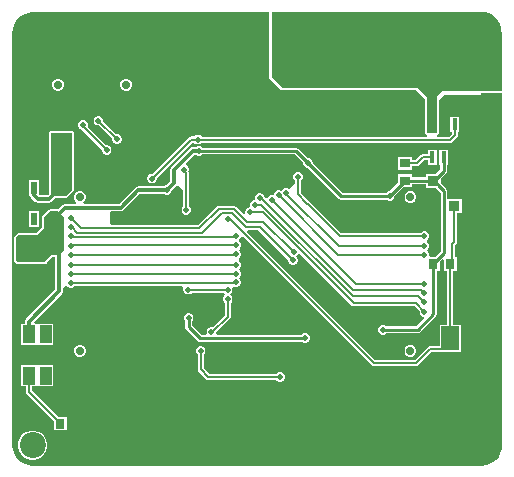
<source format=gtl>
G04*
G04 #@! TF.GenerationSoftware,Altium Limited,Altium Designer,21.5.1 (32)*
G04*
G04 Layer_Physical_Order=1*
G04 Layer_Color=255*
%FSLAX25Y25*%
%MOIN*%
G70*
G04*
G04 #@! TF.SameCoordinates,7B5D3A8B-CDFD-4B31-A324-F985B6E4613D*
G04*
G04*
G04 #@! TF.FilePolarity,Positive*
G04*
G01*
G75*
%ADD10C,0.01000*%
%ADD14C,0.00800*%
%ADD15R,0.03800X0.03500*%
%ADD16R,0.03150X0.03347*%
%ADD17R,0.03500X0.03800*%
%ADD18R,0.03347X0.03150*%
%ADD19R,0.03937X0.05906*%
%ADD20R,0.05906X0.07874*%
%ADD21R,0.01772X0.03937*%
%ADD22R,0.09055X0.06299*%
%ADD23R,0.02165X0.03937*%
%ADD37C,0.01300*%
%ADD38O,0.03150X0.07087*%
%ADD39C,0.02756*%
%ADD40C,0.02756*%
%ADD41C,0.08661*%
%ADD42C,0.02000*%
G36*
X157059Y152409D02*
X157488Y152324D01*
X157970Y152280D01*
X158806Y152198D01*
X160073Y151814D01*
X161241Y151189D01*
X162265Y150349D01*
X163106Y149325D01*
X163730Y148157D01*
X164114Y146889D01*
X164197Y146053D01*
X164240Y145571D01*
X164233Y145500D01*
X164233Y145074D01*
Y126054D01*
X144353D01*
X142700Y124400D01*
Y112100D01*
X139400D01*
Y123900D01*
X136200Y127100D01*
X91200Y127100D01*
X87700Y130600D01*
Y152422D01*
X88200Y152422D01*
X157040D01*
X157059Y152409D01*
D02*
G37*
G36*
X86700Y152422D02*
Y151200D01*
Y130200D01*
X90700Y126200D01*
X135600D01*
X138600Y123200D01*
Y112000D01*
X138928Y111672D01*
X138941Y111641D01*
X138972Y111628D01*
X139380Y111220D01*
X139322Y110866D01*
X139211Y110620D01*
X64492D01*
X64456Y110706D01*
X64006Y111156D01*
X63418Y111400D01*
X62782D01*
X62194Y111156D01*
X61857Y110820D01*
X60700D01*
X60310Y110742D01*
X59979Y110521D01*
X47858Y98400D01*
X47382D01*
X46794Y98156D01*
X46344Y97706D01*
X46100Y97118D01*
Y96482D01*
X46344Y95894D01*
X46794Y95444D01*
X47382Y95200D01*
X48018D01*
X48606Y95444D01*
X49056Y95894D01*
X49300Y96482D01*
Y96958D01*
X61122Y108780D01*
X61857D01*
X62194Y108444D01*
X62782Y108200D01*
X63418D01*
X64006Y108444D01*
X64143Y108580D01*
X147000D01*
X147390Y108658D01*
X147721Y108879D01*
X149361Y110519D01*
X149582Y110850D01*
X149660Y111240D01*
Y112331D01*
X150126D01*
Y117469D01*
X147154D01*
Y112331D01*
X147621D01*
Y111662D01*
X146578Y110620D01*
X142842D01*
X142673Y111220D01*
X143048Y111594D01*
X143159Y111641D01*
X143205Y111752D01*
X143400Y111947D01*
Y122800D01*
X145200Y124600D01*
X157483D01*
X157496Y125404D01*
X164233D01*
X164233Y124804D01*
X164233Y7880D01*
X164309Y7496D01*
X164214Y6528D01*
X163830Y5261D01*
X163205Y4093D01*
X162365Y3069D01*
X161341Y2228D01*
X160173Y1604D01*
X158905Y1220D01*
X157622Y1093D01*
X157480Y1122D01*
X7948D01*
X7865Y1138D01*
Y1138D01*
X7861Y1134D01*
X6547Y1264D01*
X5279Y1648D01*
X4111Y2273D01*
X3087Y3113D01*
X2247Y4137D01*
X1622Y5305D01*
X1238Y6572D01*
X1118Y7785D01*
X1122Y7800D01*
X1122Y145094D01*
X1191Y145443D01*
X1191D01*
X1187Y145448D01*
X1317Y146762D01*
X1701Y148029D01*
X2326Y149197D01*
X3166Y150221D01*
X4190Y151061D01*
X5358Y151686D01*
X6625Y152070D01*
X7365Y152143D01*
X7943Y152196D01*
X8373Y152281D01*
X8583Y152422D01*
X86100D01*
X86700Y152422D01*
D02*
G37*
%LPC*%
G36*
X39494Y130078D02*
X38706D01*
X37980Y129777D01*
X37423Y129220D01*
X37122Y128493D01*
Y127707D01*
X37423Y126979D01*
X37980Y126423D01*
X38706Y126122D01*
X39494D01*
X40220Y126423D01*
X40777Y126979D01*
X41078Y127707D01*
Y128493D01*
X40777Y129220D01*
X40220Y129777D01*
X39494Y130078D01*
D02*
G37*
G36*
X16737D02*
X15951D01*
X15224Y129777D01*
X14667Y129220D01*
X14366Y128493D01*
Y127707D01*
X14667Y126979D01*
X15224Y126423D01*
X15951Y126122D01*
X16737D01*
X17465Y126423D01*
X18021Y126979D01*
X18322Y127707D01*
Y128493D01*
X18021Y129220D01*
X17465Y129777D01*
X16737Y130078D01*
D02*
G37*
G36*
X30150Y117700D02*
X29513D01*
X28925Y117456D01*
X28475Y117006D01*
X28231Y116418D01*
Y115782D01*
X28475Y115194D01*
X28925Y114744D01*
X29513Y114500D01*
X29974D01*
X34400Y110074D01*
Y109582D01*
X34644Y108994D01*
X35094Y108544D01*
X35682Y108300D01*
X36318D01*
X36906Y108544D01*
X37356Y108994D01*
X37600Y109582D01*
Y110218D01*
X37356Y110806D01*
X36906Y111256D01*
X36318Y111500D01*
X35858D01*
X31431Y115926D01*
Y116418D01*
X31188Y117006D01*
X30738Y117456D01*
X30150Y117700D01*
D02*
G37*
G36*
X25018Y116200D02*
X24382D01*
X23794Y115956D01*
X23344Y115506D01*
X23100Y114918D01*
Y114282D01*
X23344Y113694D01*
X23794Y113244D01*
X24382Y113000D01*
X24484D01*
X24535Y112923D01*
X31000Y106458D01*
Y105982D01*
X31244Y105394D01*
X31694Y104944D01*
X32282Y104700D01*
X32918D01*
X33506Y104944D01*
X33956Y105394D01*
X34200Y105982D01*
Y106618D01*
X33956Y107206D01*
X33506Y107656D01*
X32918Y107900D01*
X32442D01*
X26230Y114112D01*
X26300Y114282D01*
Y114918D01*
X26056Y115506D01*
X25606Y115956D01*
X25018Y116200D01*
D02*
G37*
G36*
X142646Y106468D02*
X139674D01*
Y104920D01*
X138000D01*
X137610Y104842D01*
X137279Y104621D01*
X135526Y102868D01*
X134373D01*
Y104023D01*
X129827D01*
Y99673D01*
X134373D01*
Y100828D01*
X135948D01*
X136338Y100906D01*
X136669Y101127D01*
X138422Y102880D01*
X139674D01*
Y101331D01*
X142646D01*
Y106468D01*
D02*
G37*
G36*
X20894Y112749D02*
X14000Y112749D01*
X13541Y112559D01*
X13351Y112100D01*
Y91734D01*
X12891Y91274D01*
X10142D01*
Y96169D01*
X6777D01*
Y91031D01*
X7159D01*
X7222Y90712D01*
X7499Y90299D01*
X8699Y89099D01*
X9112Y88823D01*
X9600Y88726D01*
X13419D01*
X13907Y88823D01*
X14320Y89099D01*
X15489Y90268D01*
X15569Y90387D01*
X19030D01*
X19489Y90577D01*
X21353Y92441D01*
X21543Y92900D01*
Y112100D01*
X21353Y112559D01*
X20894Y112749D01*
D02*
G37*
G36*
X63618Y107600D02*
X62982D01*
X62394Y107356D01*
X62312Y107274D01*
X61318D01*
X60830Y107177D01*
X60417Y106901D01*
X54150Y100634D01*
X53873Y100221D01*
X53777Y99733D01*
Y95879D01*
X52398Y94500D01*
X52282D01*
X51694Y94256D01*
X51612Y94174D01*
X43100D01*
X42612Y94077D01*
X42199Y93801D01*
X36772Y88375D01*
X25027D01*
X24954Y88502D01*
X24843Y88974D01*
X25299Y89431D01*
X25600Y90158D01*
Y90945D01*
X25299Y91672D01*
X24743Y92228D01*
X24015Y92529D01*
X23229D01*
X22502Y92228D01*
X21945Y91672D01*
X21644Y90945D01*
Y90158D01*
X21945Y89431D01*
X22401Y88974D01*
X22290Y88502D01*
X22218Y88375D01*
X18790D01*
X18303Y88278D01*
X17889Y88001D01*
X16468Y86580D01*
X16300Y86649D01*
X13800D01*
X13341Y86459D01*
X11141Y84259D01*
X10951Y83800D01*
Y80369D01*
X9131Y78549D01*
X3100D01*
X2641Y78359D01*
X2041Y77759D01*
X1851Y77300D01*
Y69400D01*
X2041Y68941D01*
X2541Y68441D01*
X3000Y68251D01*
X12125D01*
X12165Y68267D01*
X12207Y68256D01*
X12390Y68360D01*
X12584Y68441D01*
X12601Y68481D01*
X12639Y68502D01*
X14243Y70574D01*
X15526D01*
Y59828D01*
X5699Y50002D01*
X5423Y49588D01*
X5326Y49100D01*
Y48454D01*
X4032D01*
Y41348D01*
X9132D01*
X9169Y41348D01*
X9732D01*
X9769Y41348D01*
X14869D01*
Y48454D01*
X9769D01*
X9732Y48454D01*
X9169D01*
X9132Y48454D01*
X8604D01*
X8356Y49054D01*
X17701Y58399D01*
X17977Y58812D01*
X18075Y59300D01*
Y60463D01*
X18675Y61000D01*
X19241Y61000D01*
X19244Y60994D01*
X19694Y60544D01*
X20282Y60300D01*
X20918D01*
X21506Y60544D01*
X21843Y60880D01*
X57766D01*
X58167Y60280D01*
X58100Y60118D01*
Y59482D01*
X58344Y58894D01*
X58794Y58444D01*
X59382Y58200D01*
X60018D01*
X60606Y58444D01*
X60943Y58780D01*
X71657D01*
X71808Y58629D01*
X71931Y58250D01*
X71808Y57871D01*
X71544Y57606D01*
X71300Y57018D01*
Y56382D01*
X71544Y55794D01*
X71880Y55457D01*
Y51159D01*
X67891Y47170D01*
X67818Y47200D01*
X67182D01*
X66594Y46956D01*
X66144Y46506D01*
X65900Y45918D01*
Y45282D01*
X65925Y45222D01*
X65524Y44622D01*
X64265D01*
X61022Y47865D01*
Y49159D01*
X61256Y49394D01*
X61500Y49982D01*
Y50618D01*
X61256Y51206D01*
X60806Y51656D01*
X60218Y51900D01*
X59582D01*
X58994Y51656D01*
X58544Y51206D01*
X58300Y50618D01*
Y49982D01*
X58544Y49394D01*
X58778Y49159D01*
Y47400D01*
X58778Y47400D01*
X58864Y46971D01*
X59107Y46607D01*
X63007Y42707D01*
X63007Y42707D01*
X63371Y42464D01*
X63800Y42378D01*
X97659D01*
X97794Y42244D01*
X98382Y42000D01*
X99018D01*
X99606Y42244D01*
X100056Y42694D01*
X100300Y43282D01*
Y43918D01*
X100056Y44506D01*
X99606Y44956D01*
X99018Y45200D01*
X98382D01*
X97794Y44956D01*
X97459Y44622D01*
X69476D01*
X69075Y45222D01*
X69100Y45282D01*
Y45495D01*
X73621Y50016D01*
X73842Y50347D01*
X73920Y50737D01*
Y55457D01*
X74256Y55794D01*
X74500Y56382D01*
Y57018D01*
X74256Y57606D01*
X73992Y57871D01*
X73869Y58250D01*
X73992Y58629D01*
X74256Y58894D01*
X74500Y59482D01*
Y60118D01*
X74433Y60280D01*
X74508Y60403D01*
X74894Y60844D01*
X75482Y60600D01*
X76118D01*
X76706Y60844D01*
X77156Y61294D01*
X77400Y61882D01*
Y62518D01*
X77156Y63106D01*
X77005Y63258D01*
X76764Y63650D01*
X77005Y64042D01*
X77156Y64194D01*
X77400Y64782D01*
Y65418D01*
X77156Y66006D01*
X76955Y66208D01*
X76773Y66600D01*
X76955Y66992D01*
X77156Y67194D01*
X77400Y67782D01*
Y68418D01*
X77156Y69006D01*
X76706Y69456D01*
X76661Y69475D01*
Y70125D01*
X76706Y70144D01*
X77156Y70594D01*
X77400Y71182D01*
Y71818D01*
X77156Y72406D01*
X76892Y72671D01*
X76769Y73050D01*
X76892Y73429D01*
X77156Y73694D01*
X77400Y74282D01*
Y74918D01*
X77156Y75506D01*
X76821Y75842D01*
X76753Y76200D01*
X76821Y76558D01*
X77156Y76894D01*
X77350Y77360D01*
X77768Y77529D01*
X78000Y77558D01*
X120879Y34679D01*
X121210Y34458D01*
X121600Y34380D01*
X135700D01*
X136090Y34458D01*
X136421Y34679D01*
X140786Y39044D01*
X144547D01*
X144646Y39063D01*
X150653D01*
Y48137D01*
X148194D01*
Y66027D01*
X149349D01*
Y70573D01*
X148720D01*
Y74678D01*
X149121Y75079D01*
X149342Y75410D01*
X149420Y75800D01*
Y85350D01*
X150900D01*
Y90050D01*
X146122D01*
Y92600D01*
X146122Y92600D01*
X146036Y93029D01*
X145793Y93393D01*
X145793Y93393D01*
X144000Y95186D01*
Y96864D01*
X145693Y98557D01*
X145693Y98557D01*
X145936Y98921D01*
X146022Y99350D01*
Y101331D01*
X146386D01*
Y106468D01*
X143414D01*
Y101331D01*
X143778D01*
Y99815D01*
X142414Y98450D01*
X139000D01*
Y97222D01*
X134373D01*
Y98275D01*
X129827D01*
Y95511D01*
X126815Y92500D01*
X126582D01*
X125994Y92256D01*
X125759Y92022D01*
X111265D01*
X101400Y101886D01*
Y102218D01*
X101156Y102806D01*
X100706Y103256D01*
X100118Y103500D01*
X99786D01*
X96493Y106793D01*
X96129Y107036D01*
X95700Y107122D01*
X95700Y107122D01*
X64441D01*
X64206Y107356D01*
X63618Y107600D01*
D02*
G37*
G36*
X10142Y85932D02*
X6777D01*
Y80795D01*
X10142D01*
Y85932D01*
D02*
G37*
G36*
X24015Y41348D02*
X23229D01*
X22502Y41047D01*
X21945Y40490D01*
X21644Y39764D01*
Y38977D01*
X21945Y38250D01*
X22502Y37693D01*
X23229Y37392D01*
X24015D01*
X24743Y37693D01*
X25299Y38250D01*
X25600Y38977D01*
Y39764D01*
X25299Y40490D01*
X24743Y41047D01*
X24015Y41348D01*
D02*
G37*
G36*
X64218Y41000D02*
X63582D01*
X62994Y40756D01*
X62544Y40306D01*
X62300Y39718D01*
Y39082D01*
X62544Y38494D01*
X62880Y38157D01*
Y33200D01*
X62958Y32810D01*
X63179Y32479D01*
X65679Y29979D01*
X66010Y29758D01*
X66400Y29680D01*
X89057D01*
X89394Y29344D01*
X89982Y29100D01*
X90618D01*
X91206Y29344D01*
X91656Y29794D01*
X91900Y30382D01*
Y31018D01*
X91656Y31606D01*
X91206Y32056D01*
X90618Y32300D01*
X89982D01*
X89394Y32056D01*
X89057Y31720D01*
X66822D01*
X64920Y33622D01*
Y38157D01*
X65256Y38494D01*
X65500Y39082D01*
Y39718D01*
X65256Y40306D01*
X64806Y40756D01*
X64218Y41000D01*
D02*
G37*
G36*
X9169Y34654D02*
X9132Y34654D01*
X4032D01*
Y27548D01*
X5581D01*
Y25724D01*
X5658Y25334D01*
X5879Y25003D01*
X14951Y15931D01*
Y12827D01*
X19301D01*
Y17373D01*
X16393D01*
X7620Y26146D01*
Y27548D01*
X9132D01*
X9169Y27548D01*
X9732Y27548D01*
X9769Y27548D01*
X14869D01*
Y34653D01*
X9769D01*
X9732Y34654D01*
X9450D01*
X9169Y34654D01*
D02*
G37*
G36*
X8523Y12805D02*
X7225D01*
X5971Y12469D01*
X4846Y11820D01*
X3929Y10902D01*
X3279Y9777D01*
X2943Y8523D01*
Y7225D01*
X3279Y5971D01*
X3929Y4846D01*
X4846Y3929D01*
X5971Y3279D01*
X7225Y2943D01*
X8523D01*
X9777Y3279D01*
X10902Y3929D01*
X11820Y4846D01*
X12469Y5971D01*
X12805Y7225D01*
Y8523D01*
X12469Y9777D01*
X11820Y10902D01*
X10902Y11820D01*
X9777Y12469D01*
X8523Y12805D01*
D02*
G37*
%LPD*%
G36*
X20894Y92900D02*
X19030Y91037D01*
X14000D01*
Y112100D01*
X20894Y112100D01*
Y92900D01*
D02*
G37*
G36*
X98200Y101914D02*
Y101582D01*
X98444Y100994D01*
X98894Y100544D01*
X99482Y100300D01*
X99814D01*
X110007Y90107D01*
X110371Y89864D01*
X110800Y89778D01*
X110800Y89778D01*
X125759D01*
X125994Y89544D01*
X126582Y89300D01*
X127218D01*
X127806Y89544D01*
X128256Y89994D01*
X128500Y90582D01*
Y91012D01*
X131413Y93925D01*
X134373D01*
Y94978D01*
X139000D01*
Y93750D01*
X142264D01*
X143878Y92135D01*
Y72437D01*
X142015Y70573D01*
X140300D01*
Y71100D01*
X140100Y71106D01*
Y71718D01*
X139856Y72306D01*
X139705Y72458D01*
X139464Y72850D01*
X139705Y73242D01*
X139856Y73394D01*
X140100Y73982D01*
Y74618D01*
X139856Y75206D01*
X139450Y75612D01*
X139427Y75950D01*
X139450Y76288D01*
X139856Y76694D01*
X140100Y77282D01*
Y77918D01*
X139856Y78506D01*
X139406Y78956D01*
X138818Y79200D01*
X138182D01*
X137594Y78956D01*
X137257Y78620D01*
X110722D01*
X100264Y89078D01*
X100200Y89121D01*
X97420Y91901D01*
Y96157D01*
X97756Y96494D01*
X98000Y97082D01*
Y97718D01*
X97756Y98306D01*
X97306Y98756D01*
X96718Y99000D01*
X96082D01*
X95494Y98756D01*
X95044Y98306D01*
X94800Y97718D01*
Y97082D01*
X95044Y96494D01*
X95380Y96157D01*
Y95393D01*
X93271Y93283D01*
X92748Y93500D01*
X92112D01*
X91523Y93256D01*
X91289Y93022D01*
X90806Y92656D01*
X90218Y92900D01*
X89582D01*
X88994Y92656D01*
X88544Y92206D01*
X88341Y91716D01*
X88018Y91200D01*
X87382D01*
X86794Y90956D01*
X86344Y90506D01*
X86275Y90340D01*
X85655Y90217D01*
X85200Y90621D01*
Y90718D01*
X84956Y91306D01*
X84506Y91756D01*
X83918Y92000D01*
X83282D01*
X82694Y91756D01*
X82244Y91306D01*
X82000Y90718D01*
Y90082D01*
X82001Y90078D01*
X81904Y89933D01*
X81569Y89553D01*
X81094Y89356D01*
X80644Y88906D01*
X80400Y88318D01*
Y87682D01*
X80434Y87599D01*
X80101Y87100D01*
X80082D01*
X79494Y86856D01*
X79044Y86406D01*
X78800Y85818D01*
Y85190D01*
X78774Y85166D01*
X78285Y84857D01*
X75721Y87421D01*
X75390Y87642D01*
X75000Y87720D01*
X69900D01*
X69510Y87642D01*
X69179Y87421D01*
X63078Y81320D01*
X34325D01*
X33800Y81500D01*
X33700Y81600D01*
Y85700D01*
X34248Y85826D01*
X37300D01*
X37788Y85922D01*
X38201Y86199D01*
X43628Y91625D01*
X51612D01*
X51694Y91544D01*
X52282Y91300D01*
X52918D01*
X53506Y91544D01*
X53956Y91994D01*
X54200Y92582D01*
Y92698D01*
X55952Y94450D01*
X56685Y94467D01*
X58128Y93023D01*
Y87649D01*
X57792Y87312D01*
X57548Y86724D01*
Y86088D01*
X57792Y85500D01*
X58242Y85049D01*
X58830Y84806D01*
X59466D01*
X60054Y85049D01*
X60505Y85500D01*
X60748Y86088D01*
Y86724D01*
X60505Y87312D01*
X60168Y87649D01*
Y98627D01*
X60090Y99017D01*
X59869Y99348D01*
X59852Y99365D01*
X59900Y99482D01*
Y100118D01*
X59656Y100706D01*
X59206Y101156D01*
X59149Y101180D01*
X59008Y101888D01*
X61846Y104726D01*
X62312D01*
X62394Y104644D01*
X62982Y104400D01*
X63618D01*
X64206Y104644D01*
X64441Y104878D01*
X95235D01*
X98200Y101914D01*
D02*
G37*
G36*
X18400Y83900D02*
X18400Y74000D01*
X18400Y73000D01*
X16623Y71223D01*
X13925D01*
X12125Y68900D01*
X3000D01*
X2500Y69400D01*
Y77300D01*
X3100Y77900D01*
X9400D01*
X11600Y80100D01*
Y83800D01*
X13800Y86000D01*
X16300D01*
X18400Y83900D01*
D02*
G37*
G36*
X93100Y69658D02*
Y69182D01*
X93344Y68594D01*
X93794Y68144D01*
X94382Y67900D01*
X95018D01*
X95606Y68144D01*
X96056Y68594D01*
X96300Y69182D01*
Y69818D01*
X96056Y70406D01*
X96055Y70408D01*
X95806Y70944D01*
X96256Y71394D01*
X96332Y71577D01*
X97040Y71718D01*
X114179Y54579D01*
X114510Y54358D01*
X114900Y54280D01*
X135178D01*
X136900Y52558D01*
Y52082D01*
X137144Y51494D01*
X137594Y51044D01*
X138182Y50800D01*
X138279D01*
X138528Y50200D01*
X135849Y47522D01*
X125841D01*
X125606Y47756D01*
X125018Y48000D01*
X124382D01*
X123794Y47756D01*
X123344Y47306D01*
X123100Y46718D01*
Y46082D01*
X123344Y45494D01*
X123794Y45044D01*
X124382Y44800D01*
X125018D01*
X125606Y45044D01*
X125841Y45278D01*
X136314D01*
X136314Y45278D01*
X136743Y45364D01*
X137107Y45607D01*
X142219Y50719D01*
X142219Y50719D01*
X142462Y51083D01*
X142548Y51512D01*
X142548Y51512D01*
Y66027D01*
X143601D01*
Y68987D01*
X144445Y69831D01*
X144999Y69602D01*
Y66027D01*
X146154D01*
Y48137D01*
X143547D01*
Y41083D01*
X140363D01*
X139973Y41005D01*
X139642Y40784D01*
X135278Y36420D01*
X122022D01*
X79461Y78980D01*
X79710Y79580D01*
X83178D01*
X93100Y69658D01*
D02*
G37*
%LPC*%
G36*
X134252Y92529D02*
X133465D01*
X132738Y92228D01*
X132181Y91672D01*
X131880Y90945D01*
Y90158D01*
X132181Y89431D01*
X132738Y88874D01*
X133465Y88573D01*
X134252D01*
X134979Y88874D01*
X135535Y89431D01*
X135836Y90158D01*
Y90945D01*
X135535Y91672D01*
X134979Y92228D01*
X134252Y92529D01*
D02*
G37*
G36*
Y41348D02*
X133465D01*
X132738Y41047D01*
X132181Y40490D01*
X131880Y39764D01*
Y38977D01*
X132181Y38250D01*
X132738Y37693D01*
X133465Y37392D01*
X134252D01*
X134979Y37693D01*
X135535Y38250D01*
X135836Y38977D01*
Y39764D01*
X135535Y40490D01*
X134979Y41047D01*
X134252Y41348D01*
D02*
G37*
%LPD*%
D10*
X132100Y96100D02*
X141300D01*
X124700Y46400D02*
X136314D01*
X141426Y51512D01*
Y68300D01*
X63800Y43500D02*
X98600D01*
X59900Y47400D02*
Y50300D01*
Y47400D02*
X63800Y43500D01*
X98600D02*
X98700Y43600D01*
X110800Y90900D02*
X126900D01*
X95700Y106000D02*
X99800Y101900D01*
X110800Y90900D01*
X63300Y106000D02*
X95700D01*
X132002Y96100D02*
X132100D01*
X126900Y90900D02*
Y90998D01*
X132002Y96100D01*
X141426Y68398D02*
X145000Y71973D01*
X141426Y68300D02*
Y68398D01*
X145000Y71973D02*
Y92600D01*
X142900Y94700D02*
X145000Y92600D01*
X141650Y96100D02*
X142900Y94850D01*
Y94700D02*
Y94850D01*
X144900Y99350D02*
Y103900D01*
X141650Y96100D02*
X144900Y99350D01*
D14*
X6600Y25724D02*
X17126Y15198D01*
X6600Y25724D02*
Y31101D01*
X17126Y15100D02*
Y15198D01*
X36000Y109900D02*
Y109916D01*
X29831Y116084D02*
Y116100D01*
Y116084D02*
X36000Y109916D01*
X24700Y114275D02*
Y114600D01*
X25256Y113644D02*
Y113720D01*
X24700Y114275D02*
X25256Y113720D01*
Y113644D02*
X32600Y106300D01*
X74162Y82838D02*
X121600Y35400D01*
X135700D01*
X73437Y83300D02*
X73899Y82838D01*
X74162D01*
X73112Y83300D02*
X73437D01*
X74300Y85300D02*
X79000Y80600D01*
X75000Y86700D02*
X79300Y82400D01*
X79000Y80600D02*
X83600D01*
X70900Y85300D02*
X74300D01*
X79300Y82400D02*
X84800D01*
X94900Y72300D01*
X83600Y80600D02*
X94700Y69500D01*
X69900Y86700D02*
X75000D01*
X63500Y80300D02*
X69900Y86700D01*
X23900Y80300D02*
X63500D01*
X22725Y78800D02*
X64400D01*
X70900Y85300D01*
X135700Y35400D02*
X140363Y40063D01*
X147100Y42616D02*
Y43600D01*
X144547Y40063D02*
X147100Y42616D01*
X140363Y40063D02*
X144547D01*
X147100Y43600D02*
X147174Y43674D01*
Y68300D01*
X147700Y68826D01*
Y75100D01*
X148400Y75800D02*
Y87700D01*
X147700Y75100D02*
X148400Y75800D01*
X20600Y83600D02*
X23900Y80300D01*
X75475Y77800D02*
X75600D01*
X75075Y77400D02*
X75475Y77800D01*
X20925Y80600D02*
X22725Y78800D01*
X20800Y77400D02*
X75075D01*
X20600Y77600D02*
X20800Y77400D01*
X20669Y80600D02*
X20925D01*
X59148Y86406D02*
Y98627D01*
X58300Y99475D02*
X59148Y98627D01*
X20600Y68100D02*
X75700D01*
X20750Y71350D02*
X75650D01*
X20600Y64900D02*
X20800Y65100D01*
X20600Y71200D02*
X20750Y71350D01*
X75650D02*
X75800Y71500D01*
X20800Y65100D02*
X75200D01*
X47700Y96800D02*
X60700Y109800D01*
X58300Y99475D02*
Y99800D01*
X67763Y45600D02*
X72900Y50737D01*
X67500Y45600D02*
X67763D01*
X96400Y91479D02*
X99522Y88357D01*
X99543D02*
X110300Y77600D01*
X99522Y88357D02*
X99543D01*
X96400Y91479D02*
Y97400D01*
X92430Y91770D02*
X109900Y74300D01*
X110300Y77600D02*
X138500D01*
X109800Y71400D02*
X138500D01*
X109900Y74300D02*
X138500D01*
X89900Y91300D02*
X109800Y71400D01*
X87700Y89600D02*
X115700Y61600D01*
X138500D01*
X114900Y55300D02*
X135600D01*
X92430Y91770D02*
Y91900D01*
X114580Y57600D02*
X136400D01*
X84700Y85500D02*
X114900Y55300D01*
X84200Y87980D02*
X114580Y57600D01*
X82000Y88000D02*
X82020Y87980D01*
X83925Y90400D02*
X114625Y59700D01*
X137400D01*
X80400Y85500D02*
X84700D01*
X82020Y87980D02*
X84200D01*
X83600Y90400D02*
X83925D01*
X60700Y109800D02*
X63100D01*
X63300Y109600D02*
X147000D01*
X63100Y109800D02*
X63300Y109600D01*
X147000D02*
X148640Y111240D01*
Y114900D01*
X63900Y33200D02*
Y39400D01*
X66400Y30700D02*
X90300D01*
X63900Y33200D02*
X66400Y30700D01*
X20600Y61900D02*
X74800D01*
X20700Y74500D02*
X75400D01*
X74800Y61900D02*
X75100Y62200D01*
X20600Y74400D02*
X20700Y74500D01*
X75400D02*
X75500Y74600D01*
X59700Y59800D02*
X72900D01*
X136400Y57600D02*
X138500Y55500D01*
X137400Y59700D02*
X138500Y58600D01*
X135600Y55300D02*
X138500Y52400D01*
X72900Y50737D02*
Y56700D01*
X148400Y96100D02*
X148640Y96340D01*
Y103900D01*
X135948Y101848D02*
X138000Y103900D01*
X141160D01*
X132100Y101848D02*
X135948D01*
D15*
X15900Y102000D02*
D03*
X9000D02*
D03*
X148400Y87700D02*
D03*
X141500D02*
D03*
X148400Y96100D02*
D03*
X141500D02*
D03*
D16*
X22874Y15100D02*
D03*
X17126D02*
D03*
X147174Y68300D02*
D03*
X141426D02*
D03*
D17*
X151100Y128800D02*
D03*
Y121900D02*
D03*
D18*
X132100Y101848D02*
D03*
Y96100D02*
D03*
D19*
X6600Y44901D02*
D03*
Y31101D02*
D03*
X12300Y31101D02*
D03*
Y44901D02*
D03*
D20*
X147100Y43600D02*
D03*
X147178Y12369D02*
D03*
D21*
X148640Y114900D02*
D03*
X144900Y114900D02*
D03*
X141160D02*
D03*
X141160Y103900D02*
D03*
X144900D02*
D03*
X148640D02*
D03*
D22*
X7700Y73702D02*
D03*
Y61498D02*
D03*
D23*
X15940Y93600D02*
D03*
X12200D02*
D03*
X8460D02*
D03*
Y83364D02*
D03*
X15940D02*
D03*
D37*
X6600Y49100D02*
X16800Y59300D01*
Y72600D01*
X6600Y44901D02*
Y49100D01*
X37300Y87100D02*
X43100Y92900D01*
X52600D01*
X18790Y87100D02*
X37300D01*
X52600Y92900D02*
X55051Y95351D01*
X16000Y73400D02*
X16800Y72600D01*
X16000Y73400D02*
Y74000D01*
X9600Y90000D02*
X13419D01*
X14588Y91169D02*
Y91362D01*
X13419Y90000D02*
X14588Y91169D01*
X8400Y93540D02*
X8460Y93600D01*
X8400Y91200D02*
Y93540D01*
X14588Y91362D02*
X15940Y92714D01*
X8400Y91200D02*
X9600Y90000D01*
X15940Y92714D02*
Y93600D01*
X61318Y106000D02*
X63300D01*
X55051Y95351D02*
Y99733D01*
X61318Y106000D01*
X15940Y83364D02*
Y84250D01*
X18790Y87100D01*
D38*
X10714Y142391D02*
D03*
X44769Y142391D02*
D03*
X10714Y126013D02*
D03*
X44769D02*
D03*
D39*
X16344Y128100D02*
D03*
X39100D02*
D03*
D40*
X23622Y90551D02*
D03*
Y39370D02*
D03*
X133858D02*
D03*
Y90551D02*
D03*
D41*
X7874Y7874D02*
D03*
D42*
X36000Y109900D02*
D03*
X29831Y116100D02*
D03*
X32600Y106300D02*
D03*
X24700Y114600D02*
D03*
X79682Y19100D02*
D03*
X112134Y103871D02*
D03*
X105500Y56500D02*
D03*
X94700Y69500D02*
D03*
X112989Y18900D02*
D03*
X62300Y82600D02*
D03*
X73112Y83300D02*
D03*
X121200Y88400D02*
D03*
X45100Y87100D02*
D03*
X59148Y86406D02*
D03*
X19675Y53400D02*
D03*
X20600Y68100D02*
D03*
Y71200D02*
D03*
Y64900D02*
D03*
X19675Y45860D02*
D03*
X89500Y71800D02*
D03*
X86000Y75300D02*
D03*
X83400Y77900D02*
D03*
X45500Y112200D02*
D03*
X138900Y81500D02*
D03*
X140700Y87900D02*
D03*
X124700Y46400D02*
D03*
X123300Y51500D02*
D03*
X67300Y90700D02*
D03*
X72600D02*
D03*
X86900Y93000D02*
D03*
X47700Y96800D02*
D03*
X41200Y41050D02*
D03*
X47300D02*
D03*
Y37100D02*
D03*
X41200D02*
D03*
X109288Y18900D02*
D03*
X112989Y15537D02*
D03*
X109288D02*
D03*
X72079Y19100D02*
D03*
X75880D02*
D03*
Y15537D02*
D03*
X72079D02*
D03*
X102100Y45500D02*
D03*
X83136Y46231D02*
D03*
X58300Y99800D02*
D03*
X59900Y50300D02*
D03*
X67500Y45600D02*
D03*
X110800Y95400D02*
D03*
X123400Y83900D02*
D03*
X99800Y101900D02*
D03*
X96400Y97400D02*
D03*
X63300Y106000D02*
D03*
X89044Y116628D02*
D03*
X98700Y43600D02*
D03*
X63900Y39400D02*
D03*
X111854Y33693D02*
D03*
X141300Y95900D02*
D03*
X124134Y99571D02*
D03*
X138500Y77600D02*
D03*
X126900Y90900D02*
D03*
X52600Y92900D02*
D03*
X19675Y49630D02*
D03*
X18562Y105983D02*
D03*
X15200Y106200D02*
D03*
X15300Y109900D02*
D03*
X20600Y61900D02*
D03*
Y77600D02*
D03*
Y80600D02*
D03*
Y74400D02*
D03*
Y83600D02*
D03*
X79682Y15537D02*
D03*
X87700Y89600D02*
D03*
X83600Y90400D02*
D03*
X72900Y59800D02*
D03*
X47300Y45000D02*
D03*
X111840Y39200D02*
D03*
X138558Y43279D02*
D03*
X94900Y72300D02*
D03*
X80400Y85500D02*
D03*
X82000Y88000D02*
D03*
X105586Y18900D02*
D03*
Y15537D02*
D03*
X41200Y45000D02*
D03*
X63100Y109800D02*
D03*
X75800Y77800D02*
D03*
Y74600D02*
D03*
Y71500D02*
D03*
Y68100D02*
D03*
X89900Y91300D02*
D03*
X92430Y91900D02*
D03*
X90300Y30700D02*
D03*
X72900Y56700D02*
D03*
X59700Y59800D02*
D03*
X75800Y62200D02*
D03*
Y65100D02*
D03*
X138500Y71400D02*
D03*
Y61600D02*
D03*
Y55500D02*
D03*
Y74300D02*
D03*
Y58600D02*
D03*
Y52400D02*
D03*
M02*

</source>
